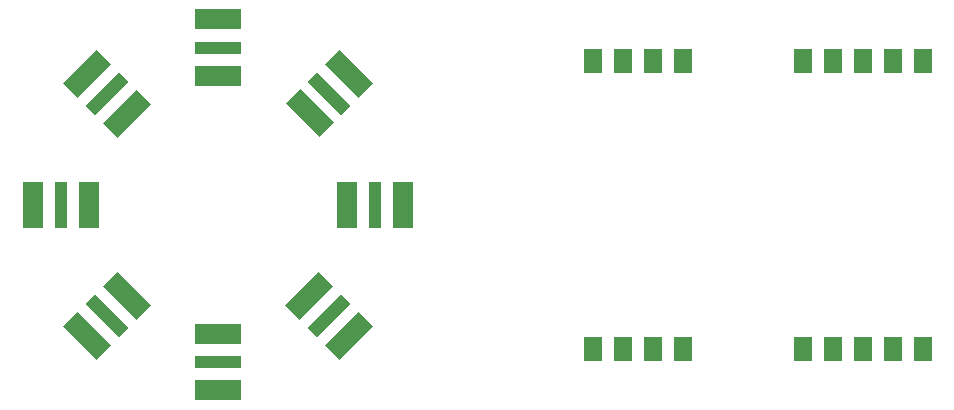
<source format=gtp>
G04 #@! TF.GenerationSoftware,KiCad,Pcbnew,7.0.10*
G04 #@! TF.CreationDate,2024-05-27T20:12:39-07:00*
G04 #@! TF.ProjectId,K40-LED_PCB,4b34302d-4c45-4445-9f50-43422e6b6963,rev?*
G04 #@! TF.SameCoordinates,Original*
G04 #@! TF.FileFunction,Paste,Top*
G04 #@! TF.FilePolarity,Positive*
%FSLAX46Y46*%
G04 Gerber Fmt 4.6, Leading zero omitted, Abs format (unit mm)*
G04 Created by KiCad (PCBNEW 7.0.10) date 2024-05-27 20:12:39*
%MOMM*%
%LPD*%
G01*
G04 APERTURE LIST*
G04 Aperture macros list*
%AMRotRect*
0 Rectangle, with rotation*
0 The origin of the aperture is its center*
0 $1 length*
0 $2 width*
0 $3 Rotation angle, in degrees counterclockwise*
0 Add horizontal line*
21,1,$1,$2,0,0,$3*%
G04 Aperture macros list end*
%ADD10R,1.100000X4.000000*%
%ADD11R,1.750000X4.000000*%
%ADD12RotRect,1.100000X4.000000X225.000000*%
%ADD13RotRect,1.750000X4.000000X225.000000*%
%ADD14R,4.000000X1.100000*%
%ADD15R,4.000000X1.750000*%
%ADD16R,1.500000X2.030000*%
%ADD17RotRect,1.100000X4.000000X135.000000*%
%ADD18RotRect,1.750000X4.000000X135.000000*%
%ADD19RotRect,1.100000X4.000000X315.000000*%
%ADD20RotRect,1.750000X4.000000X315.000000*%
%ADD21RotRect,1.100000X4.000000X45.000000*%
%ADD22RotRect,1.750000X4.000000X45.000000*%
G04 APERTURE END LIST*
D10*
X109098700Y-91806100D03*
D11*
X106723700Y-91806100D03*
X111473700Y-91806100D03*
D12*
X131816795Y-82389820D03*
D13*
X133496174Y-80710441D03*
X130137416Y-84069199D03*
D14*
X122406100Y-78493800D03*
D15*
X122406100Y-76118800D03*
X122406100Y-80868800D03*
D14*
X122402700Y-105106500D03*
D15*
X122402700Y-107481500D03*
X122402700Y-102731500D03*
D16*
X182041800Y-79643000D03*
X179501800Y-79643000D03*
X176961800Y-79643000D03*
X174421800Y-79643000D03*
X171881800Y-79643000D03*
X161721800Y-79643000D03*
X159181800Y-79643000D03*
X156641800Y-79643000D03*
X154101800Y-79643000D03*
X154101800Y-104013000D03*
X156641800Y-104013000D03*
X159181800Y-104013000D03*
X161721800Y-104013000D03*
X171881800Y-104013000D03*
X174421800Y-104013000D03*
X176961800Y-104013000D03*
X179501800Y-104013000D03*
X182041800Y-104013000D03*
D17*
X131803679Y-101210479D03*
D18*
X133483058Y-102889858D03*
X130124300Y-99531100D03*
D19*
X113001721Y-82408521D03*
D20*
X111322342Y-80729142D03*
X114681100Y-84087900D03*
D21*
X113001721Y-101210479D03*
D22*
X111322342Y-102889858D03*
X114681100Y-99531100D03*
D10*
X135706700Y-91809600D03*
D11*
X138081700Y-91809600D03*
X133331700Y-91809600D03*
M02*

</source>
